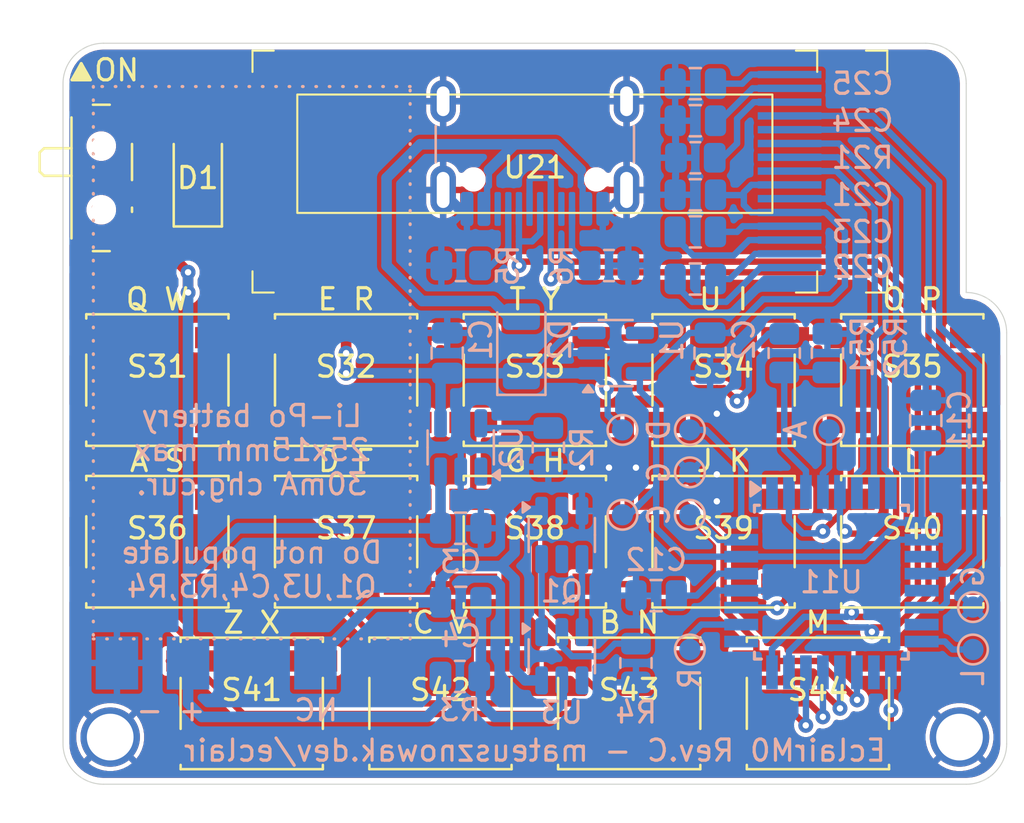
<source format=kicad_pcb>
(kicad_pcb (version 20241229) (generator "pcbnew") (generator_version "9.0")
  (layers (0 "F.Cu" signal) (4 "In1.Cu" signal) (6 "In2.Cu" signal) (2 "B.Cu" signal) (13 "F.Paste" user) (15 "B.Paste" user) (5 "F.SilkS" user "F.Silkscreen") (7 "B.SilkS" user "B.Silkscreen") (1 "F.Mask" user) (3 "B.Mask" user) (25 "Edge.Cuts" user))
  (net 0 "")
  (net 1 "GND")
  (net 2 "VBUS")
  (net 3 "+3V3")
  (net 4 "+BATT")
  (net 5 "Net-(U3-VDD)")
  (net 6 "-BATT")
  (net 7 "Net-(U11-VDDCORE)")
  (net 8 "Net-(U21-C2P)")
  (net 9 "Net-(U21-C2N)")
  (net 10 "Net-(U21-C1P)")
  (net 11 "Net-(U21-C1N)")
  (net 12 "Net-(U21-VCOMH)")
  (net 13 "Net-(U21-VCC)")
  (net 14 "Net-(D1-A)")
  (net 15 "Net-(J2-CC2)")
  (net 16 "/USB_DM")
  (net 18 "/USB_DP")
  (net 20 "Net-(J2-CC1)")
  (net 21 "Net-(Q1-G2)")
  (net 23 "Net-(Q1-G1)")
  (net 25 "Net-(U2-PROG)")
  (net 26 "Net-(U3-VM)")
  (net 27 "Net-(U21-IREF)")
  (net 28 "/VMETER{slash}2")
  (net 29 "/ROW1")
  (net 30 "/COL1")
  (net 31 "/COL2")
  (net 32 "/COL3")
  (net 33 "/COL4")
  (net 34 "/COL5")
  (net 35 "/ROW2")
  (net 36 "/ROW3")
  (net 37 "/RESET")
  (net 38 "/SWDIO")
  (net 39 "/SWCLK")
  (net 43 "/LED")
  (net 50 "/SPI_DC")
  (net 51 "/SPI_SCK")
  (net 52 "/SPI_CS")
  (net 53 "/SPI_RST")
  (net 54 "/SPI_MOSI")
  (net 55 "Net-(D2-A)")
  (net 56 "/ANALOG")
  (footprint "main:SW_SPDT_PCM12" (layer "F.Cu") (at 30.705 39.368355 -90)
    (property "Reference" "S1" (hide yes))
    (property "Value" "SW_SPDT")
  )
  (footprint "main:MountingHole_2.2mm_M2_Pad_Small" (layer "F.Cu") (at 70.8025 65.7225)
    (property "Reference" "H2" (hide yes))
    (property "Value" "~")
  )
  (footprint "main:SW_SPST_EVQQ2" (layer "F.Cu") (at 46.355 64.135)
    (property "Reference" "S42")
    (property "Value" "~")
  )
  (footprint "main:SW_SPST_EVQQ2" (layer "F.Cu") (at 68.58 56.515)
    (property "Reference" "S40")
    (property "Value" "~")
  )
  (footprint "main:REX012832" (layer "F.Cu") (at 50.8 39.37)
    (property "Reference" "U21")
    (property "Value" "~")
  )
  (footprint "main:SW_SPST_EVQQ2" (layer "F.Cu") (at 55.245 64.135)
    (property "Reference" "S43")
    (property "Value" "~")
  )
  (footprint "main:SW_SPST_EVQQ2" (layer "F.Cu") (at 59.69 56.515)
    (property "Reference" "S39")
    (property "Value" "~")
  )
  (footprint "main:SW_SPST_EVQQ2" (layer "F.Cu") (at 41.91 56.515)
    (property "Reference" "S37")
    (property "Value" "~")
  )
  (footprint "Diode_SMD:D_1206_3216Metric" (layer "F.Cu") (at 34.925 39.37 90)
    (property "Reference" "D1")
    (property "Value" "MBR130")
  )
  (footprint "main:MountingHole_2.2mm_M2_Pad_Small" (layer "F.Cu") (at 30.7975 65.7225)
    (property "Reference" "H1" (hide yes))
    (property "Value" "~")
  )
  (footprint "main:SW_SPST_EVQQ2" (layer "F.Cu") (at 41.91 48.895 180)
    (property "Reference" "S32")
    (property "Value" "~")
  )
  (footprint "main:SW_SPST_EVQQ2" (layer "F.Cu") (at 33.02 56.515)
    (property "Reference" "S36")
    (property "Value" "~")
  )
  (footprint "main:SW_SPST_EVQQ2" (layer "F.Cu") (at 33.02 48.895 180)
    (property "Reference" "S31")
    (property "Value" "~")
  )
  (footprint "main:SW_SPST_EVQQ2" (layer "F.Cu") (at 37.465 64.135)
    (property "Reference" "S41")
    (property "Value" "~")
  )
  (footprint "main:SW_SPST_EVQQ2" (layer "F.Cu") (at 68.58 48.895 180)
    (property "Reference" "S35")
    (property "Value" "~")
  )
  (footprint "main:SW_SPST_EVQQ2" (layer "F.Cu") (at 59.69 48.895 180)
    (property "Reference" "S34")
    (property "Value" "~")
  )
  (footprint "main:SW_SPST_EVQQ2" (layer "F.Cu") (at 50.8 56.515)
    (property "Reference" "S38")
    (property "Value" "~")
  )
  (footprint "main:SW_SPST_EVQQ2" (layer "F.Cu") (at 64.135 64.135)
    (property "Reference" "S44")
    (property "Value" "~")
  )
  (footprint "main:SW_SPST_EVQQ2" (layer "F.Cu") (at 50.8 48.895 180)
    (property "Reference" "S33")
    (property "Value" "~")
  )
  (footprint "Resistor_SMD:R_0805_2012Metric" (layer "B.Cu") (at 62.5475 47.625 -90)
    (property "Reference" "R51")
    (property "Value" "22K")
  )
  (footprint "TestPoint:TestPoint_Pad_D1.0mm" (layer "B.Cu") (at 54.9275 55.245 180)
    (property "Reference" "TP6" (hide yes))
    (property "Value" "~")
  )
  (footprint "Capacitor_SMD:C_0805_2012Metric" (layer "B.Cu") (at 47.3075 59.3725 180)
    (property "Reference" "C4")
    (property "Value" "1u")
  )
  (footprint "TestPoint:TestPoint_Pad_D1.0mm" (layer "B.Cu") (at 64.66 51.245 180)
    (property "Reference" "TP9" (hide yes))
    (property "Value" "~")
  )
  (footprint "TestPoint:TestPoint_Pad_D1.0mm" (layer "B.Cu") (at 58.1025 61.595 180)
    (property "Reference" "TP1" (hide yes))
    (property "Value" "~")
  )
  (footprint "Capacitor_SMD:C_0805_2012Metric" (layer "B.Cu") (at 58.36 36.67125)
    (property "Reference" "C24")
    (property "Value" "4.7u")
  )
  (footprint "Resistor_SMD:R_0805_2012Metric" (layer "B.Cu") (at 54.2925 43.4975 180)
    (property "Reference" "R6")
    (property "Value" "5.1K")
  )
  (footprint "Capacitor_SMD:C_0805_2012Metric" (layer "B.Cu") (at 59.055 47.625 -90)
    (property "Reference" "C2")
    (property "Value" "4.7u")
  )
  (footprint "TestPoint:TestPoint_Pad_D1.0mm" (layer "B.Cu") (at 71.4375 61.595 180)
    (property "Reference" "TP5" (hide yes))
    (property "Value" "~")
  )
  (footprint "Capacitor_SMD:C_0805_2012Metric" (layer "B.Cu") (at 58.36 40.16375)
    (property "Reference" "C21")
    (property "Value" "4.7u")
  )
  (footprint "Diode_SMD:D_1206_3216Metric" (layer "B.Cu") (at 50.165 47.3075 90)
    (property "Reference" "D2")
    (property "Value" "MBR130")
  )
  (footprint "Resistor_SMD:R_0805_2012Metric" (layer "B.Cu") (at 64.582015 47.625 90)
    (property "Reference" "R52")
    (property "Value" "5.1K")
  )
  (footprint "Capacitor_SMD:C_0805_2012Metric" (layer "B.Cu") (at 47.3075 55.88 180)
    (property "Reference" "C3")
    (property "Value" "4.7u")
  )
  (footprint "Capacitor_SMD:C_0805_2012Metric" (layer "B.Cu") (at 58.36 34.925)
    (property "Reference" "C25")
    (property "Value" "4.7u")
  )
  (footprint "main:USB_C_Receptacle_GCT_USB4105-xx-A_16P_TopMnt_Horizontal" (layer "B.Cu") (at 50.8 36.83)
    (property "Reference" "J2" (hide yes))
    (property "Value" "~")
  )
  (footprint "Package_TO_SOT_SMD:SOT-23-5" (layer "B.Cu") (at 54.61 47.625)
    (property "Reference" "U1")
    (property "Value" "AP2112K")
  )
  (footprint "Capacitor_SMD:C_0805_2012Metric" (layer "B.Cu") (at 69.215 50.8 90)
    (property "Reference" "C11")
    (property "Value" "1u")
  )
  (footprint "TestPoint:TestPoint_Pad_D1.0mm" (layer "B.Cu") (at 58.1025 55.245 180)
    (property "Reference" "TP4" (hide yes))
    (property "Value" "~")
  )
  (footprint "Package_TO_SOT_SMD:SOT-23-5" (layer "B.Cu") (at 47.3075 52.07 90)
    (property "Reference" "U2")
    (property "Value" "MCP73831")
  )
  (footprint "TestPoint:TestPoint_Pad_D1.0mm" (layer "B.Cu") (at 54.9275 51.245 180)
    (property "Reference" "TP7" (hide yes))
    (property "Value" "~")
  )
  (footprint "Resistor_SMD:R_0805_2012Metric" (layer "B.Cu") (at 51.435 52.07 90)
    (property "Reference" "R2")
    (property "Value" "33K")
  )
  (footprint "Package_QFP:TQFP-32_7x7mm_P0.8mm" (layer "B.Cu") (at 64.77 58.42 -90)
    (property "Reference" "U11")
    (property "Value" "ATSAMD21E18A-A")
  )
  (footprint "Resistor_SMD:R_0805_2012Metric" (layer "B.Cu") (at 47.3075 43.4975 180)
    (property "Reference" "R5")
    (property "Value" "5.1K")
  )
  (footprint "TestPoint:TestPoint_Pad_D1.0mm" (layer "B.Cu") (at 58.1025 51.245 180)
    (property "Reference" "TP2" (hide yes))
    (property "Value" "~")
  )
  (footprint "Package_TO_SOT_SMD:SOT-23-6" (layer "B.Cu") (at 52.07 61.9125 -90)
    (property "Reference" "U3")
    (property "Value" "AP9101CK6")
  )
  (footprint "Capacitor_SMD:C_0805_2012Metric" (layer "B.Cu") (at 58.36 44.1325)
    (property "Reference" "C22")
    (property "Value" "1u")
  )
  (footprint "Resistor_SMD:R_0805_2012Metric" (layer "B.Cu") (at 58.36 38.4175)
    (property "Reference" "R21")
    (property "Value" "560K")
  )
  (footprint "Capacitor_SMD:C_0805_2012Metric" (layer "B.Cu") (at 56.515 59.055 180)
    (property "Reference" "C12")
    (property "Value" "1u")
  )
  (footprint "main:TestPoint_Pad_2.0x2.5mm" (layer "B.Cu") (at 31.115 62.23 180)
    (property "Reference" "TP10" (hide yes))
    (property "Value" "~")
  )
  (footprint "TestPoint:TestPoint_Pad_D1.0mm" (layer "B.Cu") (at 71.4375 59.595 180)
    (property "Reference" "TP8" (hide yes))
    (property "Value" "~")
  )
  (footprint "Capacitor_SMD:C_0805_2012Metric" (layer "B.Cu") (at 46.6725 47.625 90)
    (property "Reference" "C1")
    (property "Value" "4.7u")
  )
  (footprint "main:LP301525" (layer "B.Cu") (at 37.465 62.23 180)
    (property "Reference" "J1" (hide yes))
    (property "Value" "~")
  )
  (footprint "Resistor_SMD:R_0805_2012Metric" (layer "B.Cu") (at 47.2675 62.865 180)
    (property "Reference" "R3")
    (property "Value" "1K")
  )
  (footprint "Resistor_SMD:R_0805_2012Metric" (layer "B.Cu") (at 55.5625 62.23 -90)
    (property "Reference" "R4")
    (property "Value" "1K")
  )
  (footprint "Package_TO_SOT_SMD:SOT-23-6" (layer "B.Cu") (at 52.07 56.1975 -90)
    (property "Reference" "Q1")
    (property "Value" "DMG6968UDM")
  )
  (footprint "Capacitor_SMD:C_0805_2012Metric" (layer "B.Cu") (at 58.36 41.91)
    (property "Reference" "C23")
    (property "Value" "1u")
  )
  (footprint "TestPoint:TestPoint_Pad_D1.0mm" (layer "B.Cu") (at 58.1025 53.245 180)
    (property "Reference" "TP3" (hide yes))
    (property "Value" "~")
  )
  (gr_line (start 28.575 34.925) (end 28.575 66.04) (stroke (width 0.05)) (layer "Edge.Cuts"))
  (gr_arc (start 28.575 34.925) (mid 29.132962 33.577962) (end 30.48 33.02) (stroke (width 0.05)) (layer "Edge.Cuts"))
  (gr_line (start 30.48 33.02) (end 69.215 33.02) (stroke (width 0.05)) (layer "Edge.Cuts"))
  (gr_arc (start 71.12 44.7675) (mid 72.467038 45.325462) (end 73.025 46.6725) (stroke (width 0.05)) (layer "Edge.Cuts"))
  (gr_arc (start 30.48 67.945) (mid 29.132962 67.387038) (end 28.575 66.04) (stroke (width 0.05)) (layer "Edge.Cuts"))
  (gr_line (start 73.025 66.04) (end 73.025 46.6725) (stroke (width 0.05)) (layer "Edge.Cuts"))
  (gr_line (start 71.12 44.7675) (end 71.12 34.925) (stroke (width 0.05)) (layer "Edge.Cuts"))
  (gr_line (start 30.48 67.945) (end 71.12 67.945) (stroke (width 0.05)) (layer "Edge.Cuts"))
  (gr_arc (start 73.025 66.04) (mid 72.467038 67.387038) (end 71.12 67.945) (stroke (width 0.05)) (layer "Edge.Cuts"))
  (gr_arc (start 69.215 33.02) (mid 70.562038 33.577962) (end 71.12 34.925) (stroke (width 0.05)) (layer "Edge.Cuts"))
  (gr_text "L" (at 68.58 52.705 0) (layer "F.SilkS") (effects (font (size 1 1) (thickness 0.15) (bold yes))))
  (gr_text "B N" (at 55.245 60.325 0) (layer "F.SilkS") (effects (font (size 1 1) (thickness 0.15) (bold yes))))
  (gr_text "M" (at 64.135 60.325 0) (layer "F.SilkS") (effects (font (size 1 1) (thickness 0.15) (bold yes))))
  (gr_text "O P" (at 68.58 45.085 0) (layer "F.SilkS") (effects (font (size 1 1) (thickness 0.15) (bold yes))))
  (gr_text "U I" (at 59.69 45.085 0) (layer "F.SilkS") (effects (font (size 1 1) (thickness 0.15) (bold yes))))
  (gr_text "A S" (at 33.02 52.705 0) (layer "F.SilkS") (effects (font (size 1 1) (thickness 0.15) (bold yes))))
  (gr_text "E R" (at 41.91 45.085 0) (layer "F.SilkS") (effects (font (size 1 1) (thickness 0.15) (bold yes))))
  (gr_text "G H" (at 50.8 52.705 0) (layer "F.SilkS") (effects (font (size 1 1) (thickness 0.15) (bold yes))))
  (gr_text "J K" (at 59.69 52.705 0) (layer "F.SilkS") (effects (font (size 1 1) (thickness 0.15) (bold yes))))
  (gr_text "T Y" (at 50.8 45.085 0) (layer "F.SilkS") (effects (font (size 1 1) (thickness 0.15) (bold yes))))
  (gr_text "D F" (at 41.91 52.705 0) (layer "F.SilkS") (effects (font (size 1 1) (thickness 0.15) (bold yes))))
  (gr_text "Z X" (at 37.465 60.325 0) (layer "F.SilkS") (effects (font (size 1 1) (thickness 0.15) (bold yes))))
  (gr_text "C V" (at 46.355 60.325 0) (layer "F.SilkS") (effects (font (size 1 1) (thickness 0.15) (bold yes))))
  (gr_text "▲ON" (at 30.48 34.29 0) (layer "F.SilkS") (effects (font (size 1 1) (thickness 0.15) (bold yes))))
  (gr_text "Q W" (at 33.02 45.085 0) (layer "F.SilkS") (effects (font (size 1 1) (thickness 0.15) (bold yes))))
  (gr_text "G" (at 56.642 53.245 90) (layer "B.SilkS") (effects (font (size 1 1)) (justify mirror)))
  (gr_text "+ -" (at 33.655 64.4525 0) (layer "B.SilkS") (effects (font (size 1 1)) (justify mirror)))
  (gr_text "Li-Po battery\n25x15mm max\n30mA chg.cur.\n\nDo not populate\nQ1,U3,C4,R3,R4" (at 37.465 54.61 0) (layer "B.SilkS") (effects (font (size 1 1)) (justify mirror)))
  (gr_text "A" (at 63.085 51.245 90) (layer "B.SilkS") (effects (font (size 1 1)) (justify mirror)))
  (gr_text "L" (at 71.4375 62.395 90) (layer "B.SilkS") (effects (font (size 1 1)) (justify left mirror)))
  (gr_text "R" (at 58.1025 62.357 90) (layer "B.SilkS") (effects (font (size 1 1)) (justify left mirror)))
  (gr_text "EclairM0 Rev.C - mateusznowak.dev/eclair" (at 50.8 66.3575 0) (layer "B.SilkS") (effects (font (size 1 1)) (justify mirror)))
  (gr_text "D" (at 56.642 51.245 90) (layer "B.SilkS") (effects (font (size 1 1)) (justify mirror)))
  (gr_text "C" (at 56.642 55.245 90) (layer "B.SilkS") (effects (font (size 1 1)) (justify mirror)))
  (gr_text "G" (at 71.4375 58.745 90) (layer "B.SilkS") (effects (font (size 1 1)) (justify right mirror)))
  (gr_text "NC" (at 40.493813 64.4525 0) (layer "B.SilkS") (effects (font (size 1 1)) (justify mirror)))
  (via (at 55.5625 53.0225) (size 0.7) (drill 0.3) (layers "F.Cu" "B.Cu") (net 1))
  (via (at 59.3725 54.61) (size 0.7) (drill 0.3) (layers "F.Cu" "B.Cu") (net 1))
  (via (at 53.0225 53.0225) (size 0.7) (drill 0.3) (layers "F.Cu" "B.Cu") (net 1))
  (via (at 59.3725 53.34) (size 0.7) (drill 0.3) (layers "F.Cu" "B.Cu") (net 1))
  (via (at 59.3725 50.4825) (size 0.7) (drill 0.3) (layers "F.Cu" "B.Cu") (net 1))
  (via (at 54.2925 53.0225) (size 0.7) (drill 0.3) (layers "F.Cu" "B.Cu") (net 1))
  (segment (start 54 40.83) (end 55.08 41.91) (width 0.3) (layer "B.Cu") (net 1))
  (segment (start 54 40.83) (end 54.225 40.83) (width 0.3) (layer "B.Cu") (net 1))
  (segment (start 64.475 40.345) (end 64.547107 40.345) (width 0.3) (layer "B.Cu") (net 1))
  (segment (start 54.225 40.83) (end 55.12 39.935) (width 0.3) (layer "B.Cu") (net 1))
  (segment (start 47.6 40.83) (end 47.375 40.83) (width 0.3) (layer "B.Cu") (net 1))
  (segment (start 47.6 40.83) (end 46.52 41.91) (width 0.3) (layer "B.Cu") (net 1))
  (segment (start 62.8 40.345) (end 64.475 40.345) (width 0.3) (layer "B.Cu") (net 1))
  (segment (start 47.375 40.83) (end 46.48 39.935) (width 0.3) (layer "B.Cu") (net 1))
  (segment (start 64.547107 40.345) (end 64.806054 40.603947) (width 0.3) (layer "B.Cu") (net 1))
  (segment (start 37.595 40.77) (end 34.925 40.77) (width 0.5) (layer "F.Cu") (net 2))
  (segment (start 59.7135 49.276) (end 60.325 49.8875) (width 0.3) (layer "F.Cu") (net 2))
  (segment (start 41.91 45.085) (end 37.595 40.77) (width 0.5) (layer "F.Cu") (net 2))
  (segment (start 59.3725 49.276) (end 59.7135 49.276) (width 0.3) (layer "F.Cu") (net 2))
  (segment (start 54.229 49.276) (end 59.3725 49.276) (width 0.3) (layer "F.Cu") (net 2))
  (segment (start 41.91 48.5775) (end 41.91 45.085) (width 0.5) (layer "F.Cu") (net 2))
  (via (at 54.18 49.276) (size 0.7) (drill 0.3) (layers "F.Cu" "B.Cu") (net 2))
  (via (at 41.91 48.5775) (size 0.7) (drill 0.3) (layers "F.Cu" "B.Cu") (net 2))
  (via (at 60.325 49.8875) (size 0.7) (drill 0.3) (layers "F.Cu" "B.Cu") (net 2))
  (via (at 41.91 47.625) (size 0.7) (drill 0.3) (layers "F.Cu" "B.Cu") (net 2))
  (segment (start 41.9125 48.575) (end 41.91 48.5775) (width 0.3) (layer "B.Cu") (net 2))
  (segment (start 52.07 46.99) (end 50.3525 48.7075) (width 0.3) (layer "B.Cu") (net 2))
  (segment (start 46.6725 48.575) (end 41.9125 48.575) (width 0.5) (layer "B.Cu") (net 2))
  (segment (start 62.5475 46.7125) (end 61.8175 46.7125) (width 0.3) (layer "B.Cu") (net 2))
  (segment (start 53.4725 48.575) (end 53.528 48.575) (width 0.3) (layer "B.Cu") (net 2))
  (segment (start 53.4725 48.575) (end 52.07 48.575) (width 0.5) (layer "B.Cu") (net 2))
  (segment (start 53.528 48.575) (end 54.229 49.276) (width 0.3) (layer "B.Cu") (net 2))
  (segment (start 50.3525 48.7075) (end 50.165 48.7075) (width 0.3) (layer "B.Cu") (net 2))
  (segment (start 46.3575 51.25) (end 46.3575 48.89) (width 0.5) (layer "B.Cu") (net 2))
  (segment (start 54.229 50.5465) (end 54.229 50.165) (width 0.3) (layer "B.Cu") (net 2))
  (segment (start 46.3575 48.89) (end 46.6725 48.575) (width 0.3) (layer "B.Cu") (net 2))
  (segment (start 41.91 48.5775) (end 41.91 47.625) (width 0.5) (layer "B.Cu") (net 2))
  (segment (start 60.88 47.65) (end 60.88 49.3325) (width 0.3) (layer "B.Cu") (net 2))
  (segment (start 52.07 48.575) (end 46.6725 48.575) (width 0.5) (layer "B.Cu") (net 2))
  (segment (start 61.8175 46.7125) (end 60.88 47.65) (width 0.3) (layer "B.Cu") (net 2))
  (segment (start 53.4725 48.575) (end 53.655 48.575) (width 0.3) (layer "B.Cu") (net 2))
  (segment (start 54.229 50.165) (end 54.229 49.276) (width 0.3) (layer "B.Cu") (net 2))
  (segment (start 60.88 49.3325) (end 60.325 49.8875) (width 0.3) (layer "B.Cu") (net 2))
  (segment (start 52.385 46.675) (end 52.07 46.99) (width 0.3) (layer "B.Cu") (net 2))
  (segment (start 53.4725 46.675) (end 52.385 46.675) (width 0.3) (layer "B.Cu") (net 2))
  (segment (start 54.9275 51.245) (end 54.229 50.5465) (width 0.3) (layer "B.Cu") (net 2))
  (segment (start 66.2875 57.22) (end 67.8875 55.62) (width 0.3) (layer "B.Cu") (net 3))
  (segment (start 64.77 45.085) (end 61.555 45.085) (width 0.3) (layer "B.Cu") (net 3))
  (segment (start 54.9275 55.245) (end 55.245 55.245) (width 0.3) (layer "B.Cu") (net 3))
  (segment (start 62.8 40.995) (end 61 40.995) (width 0.3) (layer "B.Cu") (net 3))
  (segment (start 57.855 57.22) (end 60.52 57.22) (width 0.3) (layer "B.Cu") (net 3))
  (segment (start 69.02 51.945) (end 69.215 51.75) (width 0.3) (layer "B.Cu") (net 3))
  (segment (start 55.245 55.245) (end 56.515 53.975) (width 0.3) (layer "B.Cu") (net 3))
  (segment (start 65.405 41.91) (end 65.405 44.45) (width 0.3) (layer "B.Cu") (net 3))
  (segment (start 56.1975 48.5775) (end 55.5625 48.5775) (width 0.3) (layer "B.Cu") (net 3))
  (segment (start 56.515 54.61) (end 56.515 55.88) (width 0.3) (layer "B.Cu") (net 3))
  (segment (start 55.7475 49.3975) (end 56.515 50.165) (width 0.3) (layer "B.Cu") (net 3))
  (segment (start 59.055 46.675) (end 58.1 46.675) (width 0.3) (layer "B.Cu") (net 3))
  (segment (start 58.1 46.675) (end 56.8325 47.9425) (width 0.3) (layer "B.Cu") (net 3))
  (segment (start 59.31 40.178962) (end 60.629788 40.178962) (width 0.3) (layer "B.Cu") (net 3))
  (segment (start 61 40.995) (end 60.645 40.64) (width 0.3) (layer "B.Cu") (net 3))
  (segment (start 60.52 57.22) (end 66.2875 57.22) (width 0.3) (layer "B.Cu") (net 3))
  (segment (start 69.02 55.62) (end 69.02 51.945) (width 0.3) (layer "B.Cu") (net 3))
  (segment (start 64.49 40.995) (end 65.405 41.91) (width 0.3) (layer "B.Cu") (net 3))
  (segment (start 65.405 44.45) (end 64.77 45.085) (width 0.3) (layer "B.Cu") (net 3))
  (segment (start 56.515 55.88) (end 57.855 57.22) (width 0.3) (layer "B.Cu") (net 3))
  (segment (start 60.645 40.64) (end 60.645 40.16375) (width 0.3) (layer "B.Cu") (net 3))
  (segment (start 56.8325 47.9425) (end 56.1975 48.5775) (width 0.3) (layer "B.Cu") (net 3))
  (segment (start 56.515 50.165) (end 56.515 53.34) (width 0.3) (layer "B.Cu") (net 3))
  (segment (start 67.8875 55.62) (end 69.02 55.62) (width 0.3) (layer "B.Cu") (net 3))
  (segment (start 56.515 53.975) (end 56.515 53.34) (width 0.3) (layer "B.Cu") (net 3))
  (segment (start 55.7475 48.575) (end 55.7475 49.3975) (width 0.3) (layer "B.Cu") (net 3))
  (segment (start 60.645 40.16375) (end 60.645 40.05) (width 0.3) (layer "B.Cu") (net 3))
  (segment (start 62.8 40.995) (end 64.49 40.995) (width 0.3) (layer "B.Cu") (net 3))
  (segment (start 59.3725 46.675) (end 59.965 46.675) (width 0.3) (layer "B.Cu") (net 3))
  (segment (start 61 39.695) (end 62.8 39.695) (width 0.3) (layer "B.Cu") (net 3))
  (segment (start 59.965 46.675) (end 61.555 45.085) (width 0.3) (layer "B.Cu") (net 3))
  (segment (start 60.629788 40.178962) (end 60.645 40.16375) (width 0.3) (layer "B.Cu") (net 3))
  (segment (start 60.645 40.05) (end 61 39.695) (width 0.3) (layer "B.Cu") (net 3))
  (segment (start 56.515 53.34) (end 56.515 54.61) (width 0.3) (layer "B.Cu") (net 3))
  (segment (start 34.465 44.446528) (end 34.468472 44.45) (width 0.5) (layer "F.Cu") (net 4))
  (segment (start 34.465 43.815) (end 32.27 41.62) (width 0.5) (layer "F.Cu") (net 4))
  (segment (start 34.465 43.815) (end 34.465 44.446528) (width 0.5) (layer "F.Cu") (net 4))
  (segment (start 32.27 41.62) (end 32.135573 41.62) (width 0.3) (layer "F.Cu") (net 4))
  (segment (start 32.385 40.12) (end 32.385 41.62) (width 0.5) (layer "F.Cu") (net 4))
  (via (at 34.468472 44.7675) (size 0.7) (drill 0.3) (layers "F.Cu" "B.Cu") (net 4))
  (via (at 34.465 43.815) (size 0.7) (drill 0.3) (layers "F.Cu" "B.Cu") (net 4))
  (segment (start 34.465 51.7525) (end 34.465 59.055) (width 0.5) (layer "B.Cu") (net 4))
  (segment (start 34.465 64.125802) (end 35.109198 64.77) (width 0.5) (layer "B.Cu") (net 4))
  (segment (start 36.83 55.88) (end 34.465 58.245) (width 0.5) (layer "B.Cu") (net 4))
  (segment (start 34.465 59.515) (end 34.465 60.0075) (width 0.5) (layer "B.Cu") (net 4))
  (segment (start 45.72 64.77) (end 35.109198 64.77) (width 0.5) (layer "B.Cu") (net 4))
  (segment (start 34.465 59.055) (end 34.465 60.0075) (width 0.5) (layer "B.Cu") (net 4))
  (segment (start 34.465 62.23) (end 34.465 64.125802) (width 0.5) (layer "B.Cu") (net 4))
  (segment (start 46.395 64.095) (end 46.395 62.865) (width 0.5) (layer "B.Cu") (net 4))
  (segment (start 34.465 60.0075) (end 34.465 62.23) (width 0.5) (layer "B.Cu") (net 4))
  (segment (start 45.72 64.77) (end 46.395 64.095) (width 0.5) (layer "B.Cu") (net 4))
  (segment (start 36.83 55.88) (end 46.3575 55.88) (width 0.5) (layer "B.Cu") (net 4))
  (segment (start 34.465 58.245) (end 34.465 59.055) (width 0.5) (layer "B.Cu") (net 4))
  (segment (start 34.465 43.815) (end 34.465 51.7525) (width 0.5) (layer "B.Cu") (net 4))
  (segment (start 46.3575 55.88) (end 46.3575 53.525) (width 0.5) (layer "B.Cu") (net 4))
  (segment (start 52.07 64.135) (end 51.435 64.77) (width 0.5) (layer "B.Cu") (net 5))
  (segment (start 48.2575 64.1325) (end 48.2575 59.3725) (width 0.5) (layer "B.Cu") (net 5))
  (segment (start 52.07 63.05) (end 52.07 64.135) (width 0.5) (layer "B.Cu") (net 5))
  (segment (start 48.895 64.77) (end 48.2575 64.1325) (width 0.5) (layer "B.Cu") (net 5))
  (segment (start 51.435 64.77) (end 48.895 64.77) (width 0.5) (layer "B.Cu") (net 5))
  (segment (start 51.12 63.05) (end 51.12 62.865482) (width 0.3) (layer "B.Cu") (net 6))
  (segment (start 49.8475 55.5625) (end 50.35 55.06) (width 0.5) (layer "B.Cu") (net 6))
  (segment (start 49.8475 61.595) (end 49.8475 62.23) (width 0.5) (layer "B.Cu") (net 6))
  (segment (start 50.35 63.05) (end 49.8475 62.5475) (width 0.5) (layer "B.Cu") (net 6))
  (segment (start 49.8475 58.285) (end 49.2205 57.658) (width 0.5) (layer "B.Cu") (net 6))
  (segment (start 43.18 59.3725) (end 40.465 62.0875) (width 0.5) (layer "B.Cu") (net 6))
  (segment (start 49.2205 57.658) (end 46.99 57.658) (width 0.5) (layer "B.Cu") (net 6))
  (segment (start 40.465 62.0875) (end 40.465 62.23) (width 0.3) (layer "B.Cu") (net 6))
  (segment (start 46.99 57.658) (end 46.3575 58.2905) (width 0.5) (layer "B.Cu") (net 6))
  (segment (start 40.465 62.23) (end 40.465 62.69) (width 0.3) (layer "B.Cu") (net 6))
  (segment (start 49.2205 57.65) (end 49.8475 57.023) (width 0.5) (layer "B.Cu") (net 6))
  (segment (start 46.3575 58.2905) (end 46.3575 59.3725) (width 0.5) (layer "B.Cu") (net 6))
  (segment (start 49.8475 57.023) (end 49.8475 55.5625) (width 0.5) (layer "B.Cu") (net 6))
  (segment (start 51.12 63.05) (end 50.35 63.05) (width 0.5) (layer "B.Cu") (net 6))
  (segment (start 49.8475 62.5475) (end 49.8475 62.23) (width 0.5) (layer "B.Cu") (net 6))
  (segment (start 50.35 55.06) (end 51.12 55.06) (width 0.5) (layer "B.Cu") (net 6))
  (segment (start 46.3575 59.3725) (end 43.18 59.3725) (width 0.5) (layer "B.Cu") (net 6))
  (segment (start 49.2205 57.658) (end 49.2205 57.65) (width 0.5) (layer "B.Cu") (net 6))
  (segment (start 40.465 62.69) (end 40.64 62.865) (width 0.3) (layer "B.Cu") (net 6))
  (segment (start 49.8475 61.595) (end 49.8475 58.285) (width 0.5) (layer "B.Cu") (net 6))
  (segment (start 57.465 59.055) (end 58.42 59.055) (width 0.3) (layer "B.Cu") (net 7))
  (segment (start 58.42 59.055) (end 59.455 58.02) (width 0.3) (layer "B.Cu") (net 7))
  (segment (start 59.455 58.02) (end 60.52 58.02) (width 0.3) (layer "B.Cu") (net 7))
  (segment (start 57.41 44.495) (end 57.41 44.1325) (width 0.3) (layer "B.Cu") (net 8))
  (segment (start 57.492824 44.48794) (end 58.213384 45.2085) (width 0.3) (layer "B.Cu") (net 8))
  (segment (start 58.213384 45.2085) (end 59.81587 45.2085) (width 0.3) (layer "B.Cu") (net 8))
  (segment (start 61.42937 43.595) (end 62.8 43.595) (width 0.3) (layer "B.Cu") (net 8))
  (segment (start 59.81587 45.2085) (end 61.42937 43.595) (width 0.3) (layer "B.Cu") (net 8))
  (segment (start 62.8 42.945) (end 61.175 42.945) (width 0.3) (layer "B.Cu") (net 9))
  (segment (start 61.175 42.945) (end 59.9875 44.1325) (width 0.3) (layer "B.Cu") (net 9))
  (segment (start 59.9875 44.1325) (end 59.31 44.1325) (width 0.3) (layer "B.Cu") (net 9))
  (segment (start 62.8 42.295) (end 60.8925 42.295) (width 0.3) (layer "B.Cu") (net 10))
  (segment (start 58.26125 43.02125) (end 57.41 42.17) (width 0.3) (layer "B.Cu") (net 10))
  (segment (start 60.8925 42.295) (end 60.16625 43.02125) (width 0.3) (layer "B.Cu") (net 10))
  (segment (start 60.16625 43.02125) (end 58.26125 43.02125) (width 0.3) (layer "B.Cu") (net 10))
  (segment (start 57.41 42.17) (end 57.41 41.91) (width 0.3) (layer "B.Cu") (net 10))
  (segment (start 59.31 41.91) (end 60.325 41.91) (width 0.3) (layer "B.Cu") (net 11))
  (segment (start 60.325 41.91) (end 60.59 41.645) (width 0.3) (layer "B.Cu") (net 11))
  (segment (start 60.59 41.645) (end 62.8 41.645) (width 0.3) (layer "B.Cu") (net 11))
  (segment (start 62.8 35.145) (end 61.055 35.145) (width 0.3) (layer "B.Cu") (net 12))
  (segment (start 61.055 35.145) (end 59.37 36.83) (width 0.3) (layer "B.Cu") (net 12))
  (segment (start 60.567893 34.925) (end 59.37 34.925) (width 0.3) (layer "B.Cu") (net 13))
  (segment (start 60.997893 34.495) (end 62.8 34.495) (width 0.3) (layer "B.Cu") (net 13))
  (segment (start 60.567893 34.925) (end 60.997893 34.495) (width 0.3) (layer "B.Cu") (net 13))
  (segment (start 34.075 37.12) (end 34.925 37.97) (width 0.5) (layer "F.Cu") (net 14))
  (segment (start 32.135573 37.12) (end 34.075 37.12) (width 0.5) (layer "F.Cu") (net 14))
  (segment (start 53.38 43.5375) (end 52.55 42.7075) (width 0.3) (layer "B.Cu") (net 15))
  (segment (start 53.38 43.815) (end 53.38 43.5375) (width 0.3) (layer "B.Cu") (net 15))
  (segment (start 52.55 42.7075) (end 52.55 40.83) (width 0.3) (layer "B.Cu") (net 15))
  (segment (start 66.675 60.6425) (end 66.762366 60.555134) (width 0.3) (layer "F.Cu") (net 16))
  (segment (start 67.028553 43.461447) (end 66.882107 43.315) (width 0.3) (layer "F.Cu") (net 16))
  (segment (start 69.342 45.774894) (end 67.028553 43.461447) (width 0.3) (layer "F.Cu") (net 16))
  (segment (start 67.786972 60.555134) (end 67.981053 60.361053) (width 0.3) (layer "F.Cu") (net 16))
  (segment (start 69.342 59.000108) (end 69.342 45.774894) (width 0.3) (layer "F.Cu") (net 16))
  (segment (start 66.762366 60.555134) (end 67.786972 60.555134) (width 0.3) (layer "F.Cu") (net 16))
  (segment (start 67.981053 60.361053) (end 69.341998 59.000108) (width 0.3) (layer "F.Cu") (net 16))
  (segment (start 66.675 60.76) (end 66.675 60.6425) (width 0.3) (layer "F.Cu") (net 16))
  (segment (start 69.341998 59.000108) (end 69.342 59.000108) (width 0.3) (layer "F.Cu") (net 16))
  (segment (start 50.23501 43.315) (end 50.05251 43.4975) (width 0.3) (layer "F.Cu") (net 16))
  (segment (start 66.882107 43.315) (end 50.23501 43.315) (width 0.3) (layer "F.Cu") (net 16))
  (via (at 50.05251 43.4975) (size 0.7) (drill 0.3) (layers "F.Cu" "B.Cu") (net 16))
  (via (at 66.675 60.76) (size 0.7) (drill 0.3) (layers "F.Cu" "B.Cu") (net 16))
  (segment (start 50.05 40.83) (end 50.05 42.1125) (width 0.3) (layer "B.Cu") (net 16))
  (segment (start 50.669121 42.358379) (end 50.05 42.358379) (width 0.3) (layer "B.Cu") (net 16))
  (segment (start 51.05 41.9775) (end 51.05 40.83) (width 0.3) (layer "B.Cu") (net 16))
  (segment (start 50.05 42.1125) (end 50.05 42.358379) (width 0.3) (layer "B.Cu") (net 16))
  (segment (start 50.05 43.4975) (end 50.05251 43.49499) (width 0.3) (layer "B.Cu") (net 16))
  (segment (start 62.77 61.69) (end 63.905 60.555) (width 0.3) (layer "B.Cu") (net 16))
  (segment (start 62.77 62.67) (end 62.77 61.69) (width 0.3) (layer "B.Cu") (net 16))
  (segment (start 50.95875 42.06875) (end 51.05 41.9775) (width 0.3) (layer "B.Cu") (net 16))
  (segment (start 50.95875 42.06875) (end 50.669121 42.358379) (width 0.3) (layer "B.Cu") (net 16))
  (segment (start 66.47 60.555) (end 66.675 60.76) (width 0.3) (layer "B.Cu") (net 16))
  (segment (start 50.05251 43.49499) (end 50.05251 43.315352) (width 0.3) (layer "B.Cu") (net 16))
  (segment (start 63.905 60.555) (end 66.47 60.555) (width 0.3) (layer "B.Cu") (net 16))
  (segment (start 50.05 42.358379) (end 50.05 43.4975) (width 0.3) (layer "B.Cu") (net 16))
  (segment (start 67.579866 60.055134) (end 65.927634 60.055134) (width 0.3) (layer "F.Cu") (net 18))
  (segment (start 51.867499 43.815) (end 51.549999 44.1325) (width 0.3) (layer "F.Cu") (net 18))
  (segment (start 66.675 43.815) (end 51.867499 43.815) (width 0.3) (layer "F.Cu") (net 18))
  (segment (start 68.842 45.982) (end 66.675 43.815) (width 0.3) (layer "F.Cu") (net 18))
  (segment (start 68.842 58.793) (end 68.842 45.982) (width 0.3) (layer "F.Cu") (net 18))
  (segment (start 65.927634 60.055134) (end 65.7225 59.85) (width 0.3) (layer "F.Cu") (net 18))
  (segment (start 67.579866 60.055134) (end 68.842 58.793) (width 0.3) (layer "F.Cu") (net 18))
  (via (at 65.7225 59.85) (size 0.7) (drill 0.3) (layers "F.Cu" "B.Cu") (net 18))
  (via (at 51.549999 44.1325) (size 0.7) (drill 0.3) (layers "F.Cu" "B.Cu") (net 18))
  (segment (start 63.485 60.055) (end 61.97 61.57) (width 0.3) (layer "B.Cu") (net 18))
  (segment (start 51.435 39.37) (end 51.55 39.485) (width 0.3) (layer "B.Cu") (net 18))
  (segment (start 51.55 40.83) (end 51.55 44.132499) (width 0.3) (layer "B.Cu") (net 18))
  (segment (start 51.549999 44.1325) (end 51.548322 44.130823) (width 0.3) (layer "B.Cu") (net 18))
  (segment (start 61.97 61.57) (end 61.97 62.67) (width 0.3) (layer "B.Cu") (net 18))
  (segment (start 65.405 60.055) (end 65.5175 60.055) (width 0.3) (layer "B.Cu") (net 18))
  (segment (start 65.405 60.055) (end 63.485 60.055) (width 0.3) (layer "B.Cu") (net 18))
  (segment (start 51.55 39.485) (end 51.55 40.83) (width 0.3) (layer "B.Cu") (net 18))
  (segment (start 51.55 44.132499) (end 51.549999 44.1325) (width 0.3) (layer "B.Cu") (net 18))
  (segment (start 50.55 39.476228) (end 50.656228 39.37) (width 0.3) (layer "B.Cu") (net 18))
  (segment (start 50.656228 39.37) (end 51.435 39.37) (width 0.3) (layer "B.Cu") (net 18))
  (segment (start 65.5175 60.055) (end 65.7225 59.85) (width 0.3) (layer "B.Cu") (net 18))
  (segment (start 50.55 40.83) (end 50.55 39.476228) (width 0.3) (layer "B.Cu") (net 18))
  (segment (start 48.421866 43.815) (end 49.55 42.686866) (width 0.3) (layer "B.Cu") (net 20))
  (segment (start 49.55 42.686866) (end 49.55 40.83) (width 0.3) (layer "B.Cu") (net 20))
  (segment (start 48.22 43.815) (end 48.421866 43.815) (width 0.3) (layer "B.Cu") (net 20))
  (segment (start 53.02 57.335) (end 53.02 60.775) (width 0.3) (layer "B.Cu") (net 21))
  (segment (start 51.12 57.335) (end 51.12 60.775) (width 0.3) (layer "B.Cu") (net 23))
  (segment (start 51.435 51.1575) (end 48.4825 51.1575) (width 0.3) (layer "B.Cu") (net 25))
  (segment (start 48.35 51.1575) (end 48.2575 51.25) (width 0.3) (layer "B.Cu") (net 25))
  (segment (start 48.4825 51.1575) (end 48.2575 50.9325) (width 0.3) (layer "B.Cu") (net 25))
  (segment (start 52.07 60.775) (end 52.07 61.437499) (width 0.3) (layer "B.Cu") (net 26))
  (segment (start 52.545001 61.9125) (end 53.975 61.9125) (width 0.3) (layer "B.Cu") (net 26))
  (segment (start 52.07 61.437499) (end 52.545001 61.9125) (width 0.3) (layer "B.Cu") (net 26))
  (segment (start 53.975 61.9125) (end 54.57 61.3175) (width 0.3) (layer "B.Cu") (net 26))
  (segment (start 54.57 61.3175) (end 55.5625 61.3175) (width 0.3) (layer "B.Cu") (net 26))
  (segment (start 61.112106 35.795) (end 60.325 36.582106) (width 0.3) (layer "B.Cu") (net 27))
  (segment (start 62.8 35.795) (end 61.112106 35.795) (width 0.3) (layer "B.Cu") (net 27))
  (segment (start 60.325 36.582106) (end 60.325 37.7425) (width 0.3) (layer "B.Cu") (net 27))
  (segment (start 60.325 37.7425) (end 59.3325 38.735) (width 0.3) (layer "B.Cu") (net 27))
  (segment (start 64.582015 48.5375) (end 62.5475 48.5375) (width 0.3) (layer "B.Cu") (net 28))
  (segment (start 63.57 53.175) (end 62.5475 52.1525) (width 0.3) (layer "B.Cu") (net 28))
  (segment (start 63.57 54.17) (end 63.57 53.175) (width 0.3) (layer "B.Cu") (net 28))
  (segment (start 62.5475 52.1525) (end 62.5475 48.5375) (width 0.3) (layer "B.Cu") (net 28))
  (segment (start 62.59 46.895) (end 65.68 46.895) (width 0.3) (layer "F.Cu") (net 29))
  (segment (start 39.01 46.895) (end 35.92 46.895) (width 0.3) (layer "F.Cu") (net 29))
  (segment (start 67.056 56.134) (end 67.818 55.372) (width 0.3) (layer "F.Cu") (net 29))
  (segment (start 65.532 56.134) (end 67.056 56.134) (width 0.3) (layer "F.Cu") (net 29))
  (segment (start 67.818 49.033) (end 65.68 46.895) (width 0.3) (layer "F.Cu") (net 29))
  (segment (start 67.818 49.033) (end 67.818 55.372) (width 0.3) (layer "F.Cu") (net 29))
  (segment (start 44.81 46.895) (end 47.9 46.895) (width 0.3) (layer "F.Cu") (net 29))
  (segment (start 53.7 46.895) (end 56.79 46.895) (width 0.3) (layer "F.Cu") (net 29))
  (via (at 65.405 56.025) (size 0.7) (drill 0.3) (layers "F.Cu" "B.Cu") (net 29))
  (segment (start 65.17 55.899) (end 65.405 56.134) (width 0.3) (layer "B.Cu") (net 29))
  (segment (start 65.17 54.17) (end 65.17 55.899) (width 0.3) (layer "B.Cu") (net 29))
  (segment (start 33.02 59.69) (end 34.565 61.235) (width 0.3) (layer "F.Cu") (net 30))
  (segment (start 63.038015 64.635) (end 63.573015 65.17) (width 0.3) (layer "F.Cu") (net 30))
  (segment (start 33.02 56.515) (end 33.02 59.69) (width 0.3) (layer "F.Cu") (net 30))
  (segment (start 30.12 50.895) (end 30.12 54.515) (width 0.3) (layer "F.Cu") (net 30))
  (segment (start 37.065 64.635) (end 62.865 64.635) (width 0.3) (layer "F.Cu") (net 30))
  (segment (start 34.565 61.235) (end 34.565 62.135) (width 0.3) (layer "F.Cu") (net 30))
  (segment (start 33.56 62.135) (end 34.565 62.135) (width 0.3) (layer "F.Cu") (net 30))
  (segment (start 34.565 62.135) (end 37.065 64.635) (width 0.3) (layer "F.Cu") (net 30))
  (segment (start 62.865 64.635) (end 63.038015 64.635) (width 0.3) (layer "F.Cu") (net 30))
  (segment (start 31.02 54.515) (end 33.02 56.515) (width 0.3) (layer "F.Cu") (net 30))
  (segment (start 30.12 54.515) (end 31.02 54.515) (width 0.3) (layer "F.Cu") (net 30))
  (via (at 63.561 65.17) (size 0.7) (drill 0.3) (layers "F.Cu" "B.Cu") (net 30))
  (segment (start 63.57 62.67) (end 63.57 65.166985) (width 0.3) (layer "B.Cu") (net 30))
  (segment (start 63.57 65.166985) (end 63.573015 65.17) (width 0.3) (layer "B.Cu") (net 30))
  (segment (start 43.455 62.135) (end 43.455 62.505) (width 0.3) (layer "F.Cu") (net 31))
  (segment (start 63.741705 64.135) (end 64.376705 64.77) (width 0.3) (layer "F.Cu") (net 31))
  (segment (start 39.91 54.515) (end 41.91 56.515) (width 0.3) (layer "F.Cu") (net 31))
  (segment (start 63.5 64.135) (end 63.741705 64.135) (width 0.3) (layer "F.Cu") (net 31))
  (segment (start 41.91 59.69) (end 43.455 61.235) (width 0.3) (layer "F.Cu") (net 31))
  (segment (start 43.455 61.235) (end 43.455 62.135) (width 0.3) (layer "F.Cu") (net 31))
  (segment (start 39.01 54.515) (end 39.91 54.515) (width 0.3) (layer "F.Cu") (net 31))
  (segment (start 43.455 62.505) (end 45.085 64.135) (width 0.3) (layer "F.Cu") (net 31))
  (segment (start 39.01 50.895) (end 39.01 54.515) (width 0.3) (layer "F.Cu") (net 31))
  (segment (start 41.91 56.515) (end 41.91 59.69) (width 0.3) (layer "F.Cu") (net 31))
  (segment (start 44.81 54.515) (end 43.91 54.515) (width 0.3) (layer "F.Cu") (net 31))
  (segment (start 64.376705 64.690161) (end 64.376705 64.767192) (width 0.3) (layer "F.Cu") (net 31))
  (segment (start 45.085 64.135) (end 63.5 64.135) (width 0.3) (layer "F.Cu") (net 31))
  (via (at 64.367 64.77) (size 0.7) (drill 0.3) (layers "F.Cu" "B.Cu") (net 31))
  (segment (start 64.37 62.67) (end 64.37 64.763295) (width 0.3) (layer "B.Cu") (net 31))
  (segment (start 64.37 64.763295) (end 64.376705 64.77) (width 0.3) (layer "B.Cu") (net 31))
  (segment (start 64.37 64.760487) (end 64.376705 64.767192) (width 0.3) (layer "B.Cu") (net 31))
  (segment (start 52.345 62.135) (end 53.845 63.635) (width 0.3) (layer "F.Cu") (net 32))
  (segment (start 64.433909 63.635) (end 65.168909 64.37) (width 0.3) (layer "F.Cu") (net 32))
  (segment (start 47.9 54.515) (end 48.8 54.515) (width 0.3) (layer "F.Cu") (net 32))
  (segment (start 52.345 61.235) (end 52.345 62.135) (width 0.3) (layer "F.Cu") (net 32))
  (segment (start 50.8 56.515) (end 50.8 59.69) (width 0.3) (layer "F.Cu") (net 32))
  (segment (start 47.9 50.895) (end 47.9 54.515) (width 0.3) (layer "F.Cu") (net 32))
  (segment (start 50.8 59.69) (end 52.345 61.235) (width 0.3) (layer "F.Cu") (net 32))
  (segment (start 48.8 54.515) (end 50.8 56.515) (width 0.3) (layer "F.Cu") (net 32))
  (segment (start 53.845 63.635) (end 64.433909 63.635) (width 0.3) (layer "F.Cu") (net 32))
  (via (at 65.173 64.37) (size 0.7) (drill 0.3) (layers "F.Cu" "B.Cu") (net 32))
  (segment (start 65.17 64.368909) (end 65.168909 64.37) (width 0.3) (layer "B.Cu") (net 32))
  (segment (start 65.17 62.67) (end 65.17 64.368909) (width 0.3) (layer "B.Cu") (net 32))
  (segment (start 56.79 54.515) (end 57.69 54.515) (width 0.3) (layer "F.Cu") (net 33))
  (segment (start 61.235 62.135) (end 64.135144 62.135) (width 0.3) (layer "F.Cu") (net 33))
  (segment (start 59.69 56.515) (end 59.69 59.69) (width 0.3) (layer "F.Cu") (net 33))
  (segment (start 59.69 59.69) (end 61.235 61.235) (width 0.3) (layer "F.Cu") (net 33))
  (segment (start 57.69 54.515) (end 59.69 56.515) (width 0.3) (layer "F.Cu") (net 33))
  (segment (start 61.235 61.235) (end 61.235 62.135) (width 0.3) (layer "F.Cu") (net 33))
  (segment (start 64.135144 62.135) (end 65.970144 63.97) (width 0.3) (layer "F.Cu") (net 33))
  (segment (start 56.79 50.895) (end 56.79 54.515) (width 0.3) (layer "F.Cu") (net 33))
  (via (at 65.979 63.97) (size 0.7) (drill 0.3) (layers "F.Cu" "B.Cu") (net 33))
  (segment (start 65.97 63.969856) (end 65.970144 63.97) (width 0.3) (layer "B.Cu") (net 33))
  (segment (start 65.97 62.67) (end 65.97 63.969856) (width 0.3) (layer "B.Cu") (net 33))
  (segment (start 65.68 54.708921) (end 64.363921 56.025) (width 0.3) (layer "F.Cu") (net 34))
  (segment (start 64.363921 56.140767) (end 64.411796 56.140767) (width 0.3) (layer "F.Cu") (net 34))
  (segment (start 65.68 54.872563) (end 65.68 54.515) (width 0.3) (layer "F.Cu") (net 34))
  (segment (start 65.68 54.85505) (end 65.68 54.515) (width 0.3) (layer "F.Cu") (net 34))
  (segment (start 65.68 54.515) (end 65.68 54.708921) (width 0.3) (layer "F.Cu") (net 34))
  (segment (start 64.363921 56.12) (end 64.41505 56.12) (width 0.3) (layer "F.Cu") (net 34))
  (segment (start 65.68 50.895) (end 65.68 54.515) (width 0.3) (layer "F.Cu") (net 34))
  (via (at 64.363921 56.025) (size 0.7) (drill 0.3) (layers "F.Cu" "B.Cu") (net 34))
  (segment (start 64.37 56.134688) (end 64.363921 56.140767) (width 0.3) (layer "B.Cu") (net 34))
  (segment (start 63.4225 56.12) (end 62.77 55.4675) (width 0.3) (layer "B.Cu") (net 34))
  (segment (start 62.77 55.4675) (end 62.77 54.17) (width 0.3) (layer "B.Cu") (net 34))
  (segment (start 64.363921 56.12) (end 63.4225 56.12) (width 0.3) (layer "B.Cu") (net 34))
  (segment (start 62.59 58.515) (end 65.68 58.515) (width 0.3) (layer "F.Cu") (net 35))
  (segment (start 62.59 58.515) (end 62.59 59.275856) (width 0.3) (layer "F.Cu") (net 35))
  (segment (start 62.484 58.621) (end 62.59 58.515) (width 0.3) (layer "F.Cu") (net 35))
  (segment (start 35.92 58.515) (end 39.01 58.515) (width 0.3) (layer "F.Cu") (net 35))
  (segment (start 62.59 59.275856) (end 62.23 59.635856) (width 0.3) (layer "F.Cu") (net 35))
  (segment (start 44.81 58.515) (end 47.9 58.515) (width 0.3) (layer "F.Cu") (net 35))
  (segment (start 53.7 58.515) (end 56.79 58.515) (width 0.3) (layer "F.Cu") (net 35))
  (via (at 62.21 59.635856) (size 0.7) (drill 0.3) (layers "F.Cu" "B.Cu") (net 35))
  (segment (start 62.214144 59.62) (end 62.23 59.635856) (width 0.3) (layer "B.Cu") (net 35))
  (segment (start 60.52 59.62) (end 62.214144 59.62) (width 0.3) (layer "B.Cu") (net 35))
  (segment (start 67.566588 64.4525) (end 67.566588 66.04) (width 0.3) (layer "F.Cu") (net 36))
  (segment (start 43.455 66.135) (end 40.365 66.135) (width 0.3) (layer "F.Cu") (net 36))
  (segment (start 52.345 66.135) (end 49.255 66.135) (width 0.3) (layer "F.Cu") (net 36))
  (segment (start 61.235 66.135) (end 58.145 66.135) (width 0.3) (layer "F.Cu") (net 36))
  (via (at 67.57 64.4525) (size 0.7) (drill 0.3) (layers "F.Cu" "B.Cu") (net 36))
  (segment (start 67.57 62.67) (end 67.57 64.449088) (width 0.3) (layer "B.Cu") (net 36))
  (segment (start 67.57 64.449088) (end 67.566588 64.4525) (width 0.3) (layer "B.Cu") (net 36))
  (segment (start 58.1025 60.96) (end 58.6425 60.42) (width 0.3) (layer "B.Cu") (net 37))
  (segment (start 58.1025 61.595) (end 58.1025 60.96) (width 0.3) (layer "B.Cu") (net 37))
  (segment (start 58.6425 60.42) (end 60.52 60.42) (width 0.3) (layer "B.Cu") (net 37))
  (segment (start 58.865 51.245) (end 60.52 52.9) (width 0.3) (layer "B.Cu") (net 38))
  (segment (start 58.1025 51.245) (end 58.865 51.245) (width 0.3) (layer "B.Cu") (net 38))
  (segment (start 60.52 52.9) (end 60.52 55.62) (width 0.3) (layer "B.Cu") (net 38))
  (segment (start 58.292206 55.258362) (end 57.798362 55.258362) (width 0.3) (layer "B.Cu") (net 39))
  (segment (start 57.798362 55.258362) (end 57.785 55.245) (width 0.3) (layer "B.Cu") (net 39))
  (segment (start 60.506638 56.433362) (end 60.52 56.42) (width 0.3) (layer "B.Cu") (net 39))
  (segment (start 59.467206 56.433362) (end 60.506638 56.433362) (width 0.3) (layer "B.Cu") (net 39))
  (segment (start 58.292206 55.258362) (end 59.467206 56.433362) (width 0.3) (layer "B.Cu") (net 39))
  (segment (start 70.11 61.22) (end 69.02 61.22) (width 0.3) (layer "B.Cu") (net 43))
  (segment (start 71.4375 61.595) (end 70.485 61.595) (width 0.3) (layer "B.Cu") (net 43))
  (segment (start 69.021318 61.221318) (end 69.02 61.22) (width 0.3) (layer "B.Cu") (net 43))
  (segment (start 70.485 61.595) (end 70.11 61.22) (width 0.3) (layer "B.Cu") (net 43))
  (segment (start 67.27 47.102106) (end 67.663553 46.708553) (width 0.3) (layer "B.Cu") (net 50))
  (segment (start 67.81 46.562107) (end 67.81 40.432894) (width 0.3) (layer "B.Cu") (net 50))
  (segment (start 65.565 38.187893) (end 65.122107 37.745) (width 0.3) (layer "B.Cu") (net 50))
  (segment (start 66.393553 39.016447) (end 65.565 38.187893) (width 0.3) (layer "B.Cu") (net 50))
  (segment (start 67.81 40.432894) (end 66.393553 39.016447) (width 0.3) (layer "B.Cu") (net 50))
  (segment (start 67.57 54.17) (end 67.57 53.364287) (width 0.3) (layer "B.Cu") (net 50))
  (segment (start 65.122107 37.745) (end 62.8 37.745) (width 0.3) (layer "B.Cu") (net 50))
  (segment (start 67.27 53.064287) (end 67.27 47.102106) (width 0.3) (layer "B.Cu") (net 50))
  (segment (start 67.57 53.364287) (end 67.27 53.064287) (width 0.3) (layer "B.Cu") (net 50))
  (segment (start 67.663553 46.708553) (end 67.81 46.562107) (width 0.3) (layer "B.Cu") (net 50))
  (segment (start 71.255 48.467106) (end 69.813947 47.026053) (width 0.3) (layer "B.Cu") (net 51))
  (segment (start 70.25 58.02) (end 71.255 57.015) (width 0.3) (layer "B.Cu") (net 51))
  (segment (start 69.35 46.562107) (end 69.35 39.77) (width 0.3) (layer "B.Cu") (net 51))
  (segment (start 69.813946 47.026053) (end 69.35 46.562107) (width 0.3) (layer "B.Cu") (net 51))
  (segment (start 66.675 37.095) (end 62.8 37.095) (width 0.3) (layer "B.Cu") (net 51))
  (segment (start 71.255 57.015) (end 71.255 48.467106) (width 0.3) (layer "B.Cu") (net 51))
  (segment (start 69.813947 47.026053) (end 69.813946 47.026053) (width 0.3) (layer "B.Cu") (net 51))
  (segment (start 69.02 58.02) (end 70.25 58.02) (width 0.3) (layer "B.Cu") (net 51))
  (segment (start 69.35 39.77) (end 66.675 37.095) (width 0.3) (layer "B.Cu") (net 51))
  (segment (start 65.007894 39.045) (end 62.8 39.045) (width 0.3) (layer "B.Cu") (net 52))
  (segment (start 66.27 53.055379) (end 66.27 46.687894) (width 0.3) (layer "B.Cu") (net 52))
  (segment (start 65.97 54.17) (end 65.97 53.355379) (width 0.3) (layer "B.Cu") (net 52))
  (segment (start 66.81 40.847106) (end 65.007894 39.045) (width 0.3) (layer "B.Cu") (net 52))
  (segment (start 65.97 53.355379) (end 66.27 53.055379) (width 0.3) (layer "B.Cu") (net 52))
  (segment (start 66.81 46.147894) (end 66.81 40.847106) (width 0.3) (layer "B.Cu") (net 52))
  (segment (start 66.27 46.687894) (end 66.81 46.147894) (width 0.3) (layer "B.Cu") (net 52))
  (segment (start 66.77 46.895) (end 67.31 46.355) (width 0.3) (layer "B.Cu") (net 53))
  (segment (start 67.31 40.64) (end 65.065 38.395) (width 0.3) (layer "B.Cu") (net 53))
  (segment (start 67.31 46.355) (end 67.31 40.64) (width 0.3) (layer "B.Cu") (net 53))
  (segment (start 65.065 38.395) (end 62.8 38.395) (width 0.3) (layer "B.Cu") (net 53))
  (segment (start 66.77 54.17) (end 66.77 46.895) (width 0.3) (layer "B.Cu") (net 53))
  (segment (start 67.531053 37.243946) (end 67.531053 37.243947) (width 0.3) (layer "B.Cu") (net 54))
  (segment (start 62.8 36.445) (end 66.732107 36.445) (width 0.3) (layer "B.Cu") (net 54))
  (segment (start 69.557107 39.27) (end 69.85 39.562893) (width 0.3) (layer "B.Cu") (net 54))
  (segment (start 69.85 39.562893) (end 69.85 46.355) (width 0.3) (layer "B.Cu") (net 54))
  (segment (start 70.205 58.772107) (end 70.205 59.3725) (width 0.3) (layer "B.Cu") (net 54))
  (segment (start 71.755 48.26) (end 71.755 57.222107) (width 0.3) (layer "B.Cu") (net 54))
  (segment (start 69.557106 39.27) (end 69.557107 39.27) (width 0.3) (layer "B.Cu") (net 54))
  (segment (start 67.531053 37.243947) (end 69.557106 39.27) (width 0.3) (layer "B.Cu") (net 54))
  (segment (start 66.732107 36.445) (end 67.531053 37.243946) (width 0.3) (layer "B.Cu") (net 54))
  (segment (start 71.755 57.222107) (end 70.205 58.772107) (width 0.3) (layer "B.Cu") (net 54))
  (segment (start 69.9575 59.62) (end 69.02 59.62) (width 0.3) (layer "B.Cu") (net 54))
  (segment (start 70.205 59.3725) (end 69.9575 59.62) (width 0.3) (layer "B.Cu") (net 54))
  (segment (start 69.85 46.355) (end 71.755 48.26) (width 0.3) (layer "B.Cu") (net 54))
  (segment (start 43.815 43.4975) (end 43.815 39.37) (width 0.5) (layer "B.Cu") (net 55))
  (segment (start 48.635 39.735305) (end 48.635 39.74188) (width 0.3) (layer "B.Cu") (net 55))
  (segment (start 45.4025 37.7825) (end 51.7525 37.7825) (width 0.5) (layer "B.Cu") (net 55))
  (segment (start 48.635 39.735305) (end 48.635 38.995) (width 0.3) (layer "B.Cu") (net 55))
  (segment (start 51.7525 37.7825) (end 52.965 38.995) (width 0.5) (layer "B.Cu") (net 55))
  (segment (start 53.05 39.820305) (end 53.05 40.64) (width 0.3) (layer "B.Cu") (net 55))
  (segment (start 50.165 45.9075) (end 49.55157 45.9075) (width 0.5) (layer "B.Cu") (net 55))
  (segment (start 52.965 39.735305) (end 53.05 39.820305) (width 0.3) (layer "B.Cu") (net 55))
  (segment (start 45.485465 45.167965) (end 43.815 43.4975) (width 0.5) (layer "B.Cu") (net 55))
  (segment (start 49.55157 45.9075) (end 48.812035 45.167965) (width 0.5) (layer "B.Cu") (net 55))
  (segment (start 48.635 39.74188) (end 48.55 39.82688) (width 0.3) (layer "B.Cu") (net 55))
  (segment (start 48.812035 45.167965) (end 45.485465 45.167965) (width 0.5) (layer "B.Cu") (net 55))
  (segment (start 52.965 38.995) (end 52.965 39.735305) (width 0.3) (layer "B.Cu") (net 55))
  (segment (start 48.55 39.82688) (end 48.55 40.64) (width 0.3) (layer "B.Cu") (net 55))
  (segment (start 43.815 39.37) (end 45.4025 37.7825) (width 0.5) (layer "B.Cu") (net 55))
  (segment (start 48.635 38.995) (end 49.8475 37.7825) (width 0.5) (layer "B.Cu") (net 55))
  (segment (start 64.66 53.005) (end 64.37 53.295) (width 0.3) (layer "B.Cu") (net 56))
  (segment (start 64.37 53.295) (end 64.37 54.17) (width 0.3) (layer "B.Cu") (net 56))
  (segment (start 64.66 51.245) (end 64.66 53.005) (width 0.3) (layer "B.Cu") (net 56))
  (zone (net 1) (net_name "GND") (layers "F.Cu" "B.Cu" "In1.Cu" "In2.Cu") (connect_pads (clearance 0.2)) (min_thickness 0.3) (fill yes (thermal_gap 0.2) (thermal_bridge_width 0.3) (island_removal_mode 1) (island_area_min 10))
    (polygon (pts (xy 27.94 32.385) (xy 73.66 32.385) (xy 73.66 68.58) (xy 27.94 68.58)))
  )
)
</source>
